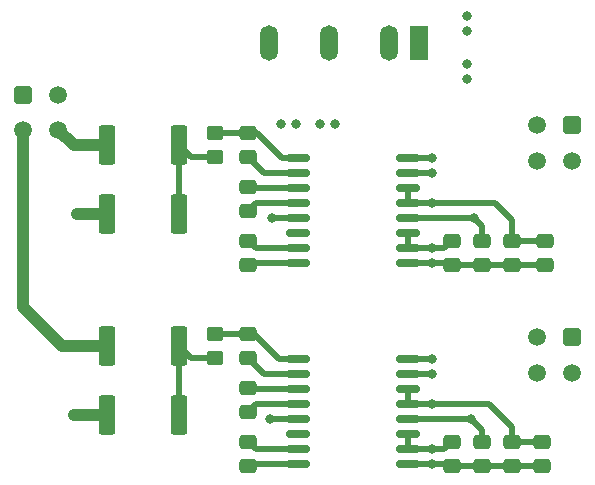
<source format=gbr>
%TF.GenerationSoftware,KiCad,Pcbnew,(6.0.1)*%
%TF.CreationDate,2022-08-15T16:30:33+03:00*%
%TF.ProjectId,Measure,4d656173-7572-4652-9e6b-696361645f70,rev?*%
%TF.SameCoordinates,Original*%
%TF.FileFunction,Copper,L1,Top*%
%TF.FilePolarity,Positive*%
%FSLAX46Y46*%
G04 Gerber Fmt 4.6, Leading zero omitted, Abs format (unit mm)*
G04 Created by KiCad (PCBNEW (6.0.1)) date 2022-08-15 16:30:33*
%MOMM*%
%LPD*%
G01*
G04 APERTURE LIST*
G04 Aperture macros list*
%AMRoundRect*
0 Rectangle with rounded corners*
0 $1 Rounding radius*
0 $2 $3 $4 $5 $6 $7 $8 $9 X,Y pos of 4 corners*
0 Add a 4 corners polygon primitive as box body*
4,1,4,$2,$3,$4,$5,$6,$7,$8,$9,$2,$3,0*
0 Add four circle primitives for the rounded corners*
1,1,$1+$1,$2,$3*
1,1,$1+$1,$4,$5*
1,1,$1+$1,$6,$7*
1,1,$1+$1,$8,$9*
0 Add four rect primitives between the rounded corners*
20,1,$1+$1,$2,$3,$4,$5,0*
20,1,$1+$1,$4,$5,$6,$7,0*
20,1,$1+$1,$6,$7,$8,$9,0*
20,1,$1+$1,$8,$9,$2,$3,0*%
G04 Aperture macros list end*
%TA.AperFunction,SMDPad,CuDef*%
%ADD10RoundRect,0.249999X-0.450001X-1.425001X0.450001X-1.425001X0.450001X1.425001X-0.450001X1.425001X0*%
%TD*%
%TA.AperFunction,SMDPad,CuDef*%
%ADD11RoundRect,0.250000X0.450000X-0.350000X0.450000X0.350000X-0.450000X0.350000X-0.450000X-0.350000X0*%
%TD*%
%TA.AperFunction,SMDPad,CuDef*%
%ADD12RoundRect,0.249999X0.450001X1.425001X-0.450001X1.425001X-0.450001X-1.425001X0.450001X-1.425001X0*%
%TD*%
%TA.AperFunction,ComponentPad*%
%ADD13RoundRect,0.250001X-0.499999X0.499999X-0.499999X-0.499999X0.499999X-0.499999X0.499999X0.499999X0*%
%TD*%
%TA.AperFunction,ComponentPad*%
%ADD14C,1.500000*%
%TD*%
%TA.AperFunction,SMDPad,CuDef*%
%ADD15RoundRect,0.150000X-0.875000X-0.150000X0.875000X-0.150000X0.875000X0.150000X-0.875000X0.150000X0*%
%TD*%
%TA.AperFunction,SMDPad,CuDef*%
%ADD16RoundRect,0.250000X-0.475000X0.337500X-0.475000X-0.337500X0.475000X-0.337500X0.475000X0.337500X0*%
%TD*%
%TA.AperFunction,SMDPad,CuDef*%
%ADD17RoundRect,0.250000X0.475000X-0.337500X0.475000X0.337500X-0.475000X0.337500X-0.475000X-0.337500X0*%
%TD*%
%TA.AperFunction,ComponentPad*%
%ADD18R,1.500000X3.000000*%
%TD*%
%TA.AperFunction,ComponentPad*%
%ADD19O,1.500000X3.000000*%
%TD*%
%TA.AperFunction,ComponentPad*%
%ADD20RoundRect,0.250001X-0.499999X-0.499999X0.499999X-0.499999X0.499999X0.499999X-0.499999X0.499999X0*%
%TD*%
%TA.AperFunction,ViaPad*%
%ADD21C,0.800000*%
%TD*%
%TA.AperFunction,Conductor*%
%ADD22C,0.500000*%
%TD*%
%TA.AperFunction,Conductor*%
%ADD23C,1.000000*%
%TD*%
G04 APERTURE END LIST*
D10*
%TO.P,R1,1*%
%TO.N,/Voltage_IN*%
X141222000Y-92456000D03*
%TO.P,R1,2*%
%TO.N,Net-(R1-Pad2)*%
X147322000Y-92456000D03*
%TD*%
D11*
%TO.P,R8,1*%
%TO.N,Net-(R6-Pad2)*%
X150368000Y-76438000D03*
%TO.P,R8,2*%
%TO.N,Net-(C14-Pad1)*%
X150368000Y-74438000D03*
%TD*%
D12*
%TO.P,R7,1*%
%TO.N,Net-(R6-Pad2)*%
X147322000Y-81280000D03*
%TO.P,R7,2*%
%TO.N,GNDPWR*%
X141222000Y-81280000D03*
%TD*%
D13*
%TO.P,J3,1,Pin_1*%
%TO.N,+5V*%
X180640000Y-73786000D03*
D14*
%TO.P,J3,2,Pin_2*%
%TO.N,GND*%
X180640000Y-76786000D03*
%TO.P,J3,3,Pin_3*%
%TO.N,+5V*%
X177640000Y-73786000D03*
%TO.P,J3,4,Pin_4*%
%TO.N,GND*%
X177640000Y-76786000D03*
%TD*%
D15*
%TO.P,D3,1,Vin+*%
%TO.N,Net-(C4-Pad1)*%
X157402000Y-93599000D03*
%TO.P,D3,2,Vin-*%
%TO.N,GNDPWR*%
X157402000Y-94869000D03*
%TO.P,D3,3,CH*%
%TO.N,Net-(C5-Pad1)*%
X157402000Y-96139000D03*
%TO.P,D3,4,CL*%
%TO.N,Net-(C5-Pad2)*%
X157402000Y-97409000D03*
%TO.P,D3,5,VDD1*%
%TO.N,+5VP*%
X157402000Y-98679000D03*
%TO.P,D3,6,VLED+*%
%TO.N,unconnected-(D3-Pad6)*%
X157402000Y-99949000D03*
%TO.P,D3,7,VDD1*%
%TO.N,+5VP*%
X157402000Y-101219000D03*
%TO.P,D3,8,GND1*%
%TO.N,GNDPWR*%
X157402000Y-102489000D03*
%TO.P,D3,9,GND2*%
%TO.N,GND*%
X166702000Y-102489000D03*
%TO.P,D3,10,VDD2*%
%TO.N,+5V*%
X166702000Y-101219000D03*
%TO.P,D3,11,VREF*%
X166702000Y-99949000D03*
%TO.P,D3,12,VOUT*%
%TO.N,/Voltage_IN_Measure*%
X166702000Y-98679000D03*
%TO.P,D3,13,ABSVAL*%
%TO.N,Net-(C11-Pad1)*%
X166702000Y-97409000D03*
%TO.P,D3,14,FAULT*%
X166702000Y-96139000D03*
%TO.P,D3,15,VDD2*%
%TO.N,+5V*%
X166702000Y-94869000D03*
%TO.P,D3,16,GND2*%
%TO.N,GND*%
X166702000Y-93599000D03*
%TD*%
D16*
%TO.P,C14,1*%
%TO.N,Net-(C14-Pad1)*%
X153162000Y-74400500D03*
%TO.P,C14,2*%
%TO.N,GNDPWR*%
X153162000Y-76475500D03*
%TD*%
D17*
%TO.P,C17,1*%
%TO.N,GND*%
X170434000Y-85619500D03*
%TO.P,C17,2*%
%TO.N,+5V*%
X170434000Y-83544500D03*
%TD*%
D16*
%TO.P,C4,1*%
%TO.N,Net-(C4-Pad1)*%
X153162000Y-91418500D03*
%TO.P,C4,2*%
%TO.N,GNDPWR*%
X153162000Y-93493500D03*
%TD*%
D12*
%TO.P,R2,1*%
%TO.N,Net-(R1-Pad2)*%
X147322000Y-98298000D03*
%TO.P,R2,2*%
%TO.N,GNDPWR*%
X141222000Y-98298000D03*
%TD*%
D18*
%TO.P,U1,1,-VIN*%
%TO.N,GND*%
X167666500Y-66842000D03*
D19*
%TO.P,U1,2,+VIN*%
%TO.N,+5V*%
X165126500Y-66842000D03*
%TO.P,U1,4,+VOUT*%
%TO.N,+5VP*%
X160046500Y-66842000D03*
%TO.P,U1,6,-VOUT*%
%TO.N,GNDPWR*%
X154966500Y-66842000D03*
%TD*%
D13*
%TO.P,J2,1,Pin_1*%
%TO.N,GND*%
X180640000Y-91718000D03*
D14*
%TO.P,J2,2,Pin_2*%
X180640000Y-94718000D03*
%TO.P,J2,3,Pin_3*%
%TO.N,/Voltage_OUT_Measure*%
X177640000Y-91718000D03*
%TO.P,J2,4,Pin_4*%
%TO.N,/Voltage_IN_Measure*%
X177640000Y-94718000D03*
%TD*%
D16*
%TO.P,C15,1*%
%TO.N,Net-(C15-Pad1)*%
X153162000Y-78972500D03*
%TO.P,C15,2*%
%TO.N,Net-(C15-Pad2)*%
X153162000Y-81047500D03*
%TD*%
%TO.P,C22,1*%
%TO.N,Net-(C18-Pad1)*%
X178308000Y-83544500D03*
%TO.P,C22,2*%
%TO.N,GND*%
X178308000Y-85619500D03*
%TD*%
D10*
%TO.P,R6,1*%
%TO.N,/Voltage_OUT*%
X141222000Y-75438000D03*
%TO.P,R6,2*%
%TO.N,Net-(R6-Pad2)*%
X147322000Y-75438000D03*
%TD*%
D17*
%TO.P,C8,1*%
%TO.N,GND*%
X170434000Y-102637500D03*
%TO.P,C8,2*%
%TO.N,+5V*%
X170434000Y-100562500D03*
%TD*%
D15*
%TO.P,D5,1,Vin+*%
%TO.N,Net-(C14-Pad1)*%
X157402000Y-76581000D03*
%TO.P,D5,2,Vin-*%
%TO.N,GNDPWR*%
X157402000Y-77851000D03*
%TO.P,D5,3,CH*%
%TO.N,Net-(C15-Pad1)*%
X157402000Y-79121000D03*
%TO.P,D5,4,CL*%
%TO.N,Net-(C15-Pad2)*%
X157402000Y-80391000D03*
%TO.P,D5,5,VDD1*%
%TO.N,+5VP*%
X157402000Y-81661000D03*
%TO.P,D5,6,VLED+*%
%TO.N,unconnected-(D5-Pad6)*%
X157402000Y-82931000D03*
%TO.P,D5,7,VDD1*%
%TO.N,+5VP*%
X157402000Y-84201000D03*
%TO.P,D5,8,GND1*%
%TO.N,GNDPWR*%
X157402000Y-85471000D03*
%TO.P,D5,9,GND2*%
%TO.N,GND*%
X166702000Y-85471000D03*
%TO.P,D5,10,VDD2*%
%TO.N,+5V*%
X166702000Y-84201000D03*
%TO.P,D5,11,VREF*%
X166702000Y-82931000D03*
%TO.P,D5,12,VOUT*%
%TO.N,/Voltage_OUT_Measure*%
X166702000Y-81661000D03*
%TO.P,D5,13,ABSVAL*%
%TO.N,Net-(C18-Pad1)*%
X166702000Y-80391000D03*
%TO.P,D5,14,FAULT*%
X166702000Y-79121000D03*
%TO.P,D5,15,VDD2*%
%TO.N,+5V*%
X166702000Y-77851000D03*
%TO.P,D5,16,GND2*%
%TO.N,GND*%
X166702000Y-76581000D03*
%TD*%
D16*
%TO.P,C12,1*%
%TO.N,/Voltage_IN_Measure*%
X172974000Y-100562500D03*
%TO.P,C12,2*%
%TO.N,GND*%
X172974000Y-102637500D03*
%TD*%
%TO.P,C9,1*%
%TO.N,Net-(C11-Pad1)*%
X175514000Y-100584000D03*
%TO.P,C9,2*%
%TO.N,GND*%
X175514000Y-102659000D03*
%TD*%
%TO.P,C6,1*%
%TO.N,+5VP*%
X153162000Y-100562500D03*
%TO.P,C6,2*%
%TO.N,GNDPWR*%
X153162000Y-102637500D03*
%TD*%
%TO.P,C5,1*%
%TO.N,Net-(C5-Pad1)*%
X153162000Y-95990500D03*
%TO.P,C5,2*%
%TO.N,Net-(C5-Pad2)*%
X153162000Y-98065500D03*
%TD*%
%TO.P,C11,1*%
%TO.N,Net-(C11-Pad1)*%
X178054000Y-100562500D03*
%TO.P,C11,2*%
%TO.N,GND*%
X178054000Y-102637500D03*
%TD*%
D11*
%TO.P,R3,1*%
%TO.N,Net-(R1-Pad2)*%
X150368000Y-93456000D03*
%TO.P,R3,2*%
%TO.N,Net-(C4-Pad1)*%
X150368000Y-91456000D03*
%TD*%
D16*
%TO.P,C18,1*%
%TO.N,Net-(C18-Pad1)*%
X175514000Y-83544500D03*
%TO.P,C18,2*%
%TO.N,GND*%
X175514000Y-85619500D03*
%TD*%
D20*
%TO.P,J1,1,Pin_1*%
%TO.N,GNDPWR*%
X134136000Y-71165000D03*
D14*
%TO.P,J1,2,Pin_2*%
X137136000Y-71165000D03*
%TO.P,J1,3,Pin_3*%
%TO.N,/Voltage_IN*%
X134136000Y-74165000D03*
%TO.P,J1,4,Pin_4*%
%TO.N,/Voltage_OUT*%
X137136000Y-74165000D03*
%TD*%
D16*
%TO.P,C23,1*%
%TO.N,/Voltage_OUT_Measure*%
X172974000Y-83544500D03*
%TO.P,C23,2*%
%TO.N,GND*%
X172974000Y-85619500D03*
%TD*%
%TO.P,C16,1*%
%TO.N,+5VP*%
X153162000Y-83544500D03*
%TO.P,C16,2*%
%TO.N,GNDPWR*%
X153162000Y-85619500D03*
%TD*%
D21*
%TO.N,+5V*%
X168783000Y-94869000D03*
X171704000Y-64516000D03*
X168783000Y-101219000D03*
X168783000Y-77851000D03*
X168783000Y-84201000D03*
X171704000Y-65786000D03*
%TO.N,GND*%
X168783000Y-85471000D03*
X171704000Y-68580000D03*
X171704000Y-69850000D03*
X168783000Y-76581000D03*
X168783000Y-93599000D03*
X168783000Y-102489000D03*
%TO.N,+5VP*%
X159258000Y-73660000D03*
X153162000Y-83544500D03*
X155194000Y-81661000D03*
X155067000Y-98679000D03*
X160528000Y-73660000D03*
X153172750Y-100573250D03*
%TO.N,GNDPWR*%
X138684000Y-81280000D03*
X153162000Y-85598000D03*
X155956000Y-73660000D03*
X153162000Y-102616000D03*
X153162000Y-93472000D03*
X157226000Y-73660000D03*
X138430000Y-98298000D03*
X153162000Y-76454000D03*
%TO.N,Net-(C11-Pad1)*%
X168783000Y-97409000D03*
%TO.N,/Voltage_IN_Measure*%
X172085000Y-98679000D03*
%TO.N,Net-(C18-Pad1)*%
X168783000Y-80391000D03*
%TO.N,/Voltage_OUT_Measure*%
X172339000Y-81661000D03*
%TD*%
D22*
%TO.N,+5V*%
X166702000Y-77851000D02*
X168783000Y-77851000D01*
X169777500Y-84201000D02*
X170434000Y-83544500D01*
X166702000Y-94869000D02*
X168783000Y-94869000D01*
X168783000Y-101219000D02*
X169777500Y-101219000D01*
X166702000Y-101219000D02*
X168783000Y-101219000D01*
X166702000Y-84201000D02*
X166702000Y-82931000D01*
X166702000Y-101219000D02*
X166702000Y-99949000D01*
X166702000Y-84201000D02*
X168783000Y-84201000D01*
X169777500Y-101219000D02*
X170434000Y-100562500D01*
X168783000Y-84201000D02*
X169777500Y-84201000D01*
%TO.N,GND*%
X172974000Y-102637500D02*
X170434000Y-102637500D01*
X178308000Y-85619500D02*
X175514000Y-85619500D01*
X172974000Y-85619500D02*
X170434000Y-85619500D01*
X168783000Y-102489000D02*
X170285500Y-102489000D01*
X170285500Y-102489000D02*
X170434000Y-102637500D01*
X166702000Y-93599000D02*
X168783000Y-93599000D01*
X178054000Y-102637500D02*
X175535500Y-102637500D01*
X168783000Y-85471000D02*
X170285500Y-85471000D01*
X172995500Y-102659000D02*
X172974000Y-102637500D01*
X170285500Y-85471000D02*
X170434000Y-85619500D01*
X175535500Y-102637500D02*
X175514000Y-102659000D01*
X175514000Y-85619500D02*
X172974000Y-85619500D01*
X166702000Y-85471000D02*
X168783000Y-85471000D01*
X166702000Y-102489000D02*
X168783000Y-102489000D01*
X175514000Y-102659000D02*
X172995500Y-102659000D01*
X166702000Y-76581000D02*
X168783000Y-76581000D01*
%TO.N,+5VP*%
X157402000Y-98679000D02*
X155067000Y-98679000D01*
X153818500Y-101219000D02*
X153172750Y-100573250D01*
X157402000Y-84201000D02*
X153818500Y-84201000D01*
X155067000Y-101219000D02*
X153818500Y-101219000D01*
X153172750Y-100573250D02*
X153162000Y-100562500D01*
X157402000Y-81661000D02*
X155321000Y-81661000D01*
X157402000Y-101219000D02*
X155067000Y-101219000D01*
X153818500Y-84201000D02*
X153162000Y-83544500D01*
D23*
%TO.N,GNDPWR*%
X141222000Y-98298000D02*
X139192000Y-98298000D01*
X139192000Y-98298000D02*
X138430000Y-98298000D01*
D22*
X157402000Y-102489000D02*
X155067000Y-102489000D01*
X155321000Y-77851000D02*
X157402000Y-77851000D01*
X153310500Y-85471000D02*
X153162000Y-85619500D01*
X155067000Y-94869000D02*
X154537500Y-94869000D01*
X154537500Y-94869000D02*
X153162000Y-93493500D01*
D23*
X141222000Y-81280000D02*
X138684000Y-81280000D01*
D22*
X153310500Y-102489000D02*
X153162000Y-102637500D01*
X157402000Y-94869000D02*
X155067000Y-94869000D01*
X154537500Y-77851000D02*
X155321000Y-77851000D01*
X153162000Y-76475500D02*
X154537500Y-77851000D01*
X157402000Y-85471000D02*
X155067000Y-85471000D01*
X155067000Y-85471000D02*
X153310500Y-85471000D01*
X155067000Y-102489000D02*
X153310500Y-102489000D01*
%TO.N,Net-(C4-Pad1)*%
X153648500Y-91418500D02*
X153162000Y-91418500D01*
X153162000Y-91418500D02*
X150405500Y-91418500D01*
X157402000Y-93599000D02*
X155829000Y-93599000D01*
X155829000Y-93599000D02*
X153648500Y-91418500D01*
X150405500Y-91418500D02*
X150368000Y-91456000D01*
%TO.N,Net-(C5-Pad1)*%
X157402000Y-96139000D02*
X153310500Y-96139000D01*
X153310500Y-96139000D02*
X153162000Y-95990500D01*
%TO.N,Net-(C5-Pad2)*%
X153818500Y-97409000D02*
X153162000Y-98065500D01*
X157402000Y-97409000D02*
X153818500Y-97409000D01*
%TO.N,Net-(C11-Pad1)*%
X175535500Y-100562500D02*
X175514000Y-100584000D01*
X175514000Y-99314000D02*
X175514000Y-100584000D01*
X173609000Y-97409000D02*
X175514000Y-99314000D01*
X168783000Y-97409000D02*
X173609000Y-97409000D01*
X166702000Y-96139000D02*
X166702000Y-97409000D01*
X178054000Y-100562500D02*
X175535500Y-100562500D01*
X166702000Y-97409000D02*
X168783000Y-97409000D01*
%TO.N,/Voltage_IN_Measure*%
X172085000Y-98679000D02*
X172974000Y-99568000D01*
X166702000Y-98679000D02*
X172085000Y-98679000D01*
X172974000Y-99568000D02*
X172974000Y-100562500D01*
%TO.N,Net-(C14-Pad1)*%
X150405500Y-74400500D02*
X150368000Y-74438000D01*
X153902500Y-74400500D02*
X153162000Y-74400500D01*
X157402000Y-76581000D02*
X156083000Y-76581000D01*
X156083000Y-76581000D02*
X153902500Y-74400500D01*
X153162000Y-74400500D02*
X150405500Y-74400500D01*
%TO.N,Net-(C15-Pad1)*%
X153310500Y-79121000D02*
X153162000Y-78972500D01*
X157402000Y-79121000D02*
X153310500Y-79121000D01*
%TO.N,Net-(C15-Pad2)*%
X153818500Y-80391000D02*
X153162000Y-81047500D01*
X157402000Y-80391000D02*
X153818500Y-80391000D01*
%TO.N,Net-(C18-Pad1)*%
X178308000Y-83544500D02*
X175514000Y-83544500D01*
X174117000Y-80391000D02*
X175514000Y-81788000D01*
X175514000Y-81788000D02*
X175514000Y-83544500D01*
X168783000Y-80391000D02*
X174117000Y-80391000D01*
X166702000Y-79121000D02*
X166702000Y-80391000D01*
X166702000Y-80391000D02*
X168783000Y-80391000D01*
%TO.N,/Voltage_OUT_Measure*%
X172339000Y-81661000D02*
X166702000Y-81661000D01*
X172974000Y-83544500D02*
X172974000Y-82296000D01*
X172974000Y-82296000D02*
X172339000Y-81661000D01*
D23*
%TO.N,/Voltage_OUT*%
X138409000Y-75438000D02*
X137136000Y-74165000D01*
X141222000Y-75438000D02*
X138409000Y-75438000D01*
%TO.N,/Voltage_IN*%
X134136000Y-89178000D02*
X137414000Y-92456000D01*
X134136000Y-74165000D02*
X134136000Y-89178000D01*
X137414000Y-92456000D02*
X141222000Y-92456000D01*
D22*
%TO.N,Net-(R1-Pad2)*%
X148322000Y-93456000D02*
X147322000Y-92456000D01*
X147322000Y-98298000D02*
X147322000Y-92456000D01*
X150368000Y-93456000D02*
X148322000Y-93456000D01*
%TO.N,Net-(R6-Pad2)*%
X150368000Y-76438000D02*
X148322000Y-76438000D01*
X148322000Y-76438000D02*
X147322000Y-75438000D01*
X147322000Y-81280000D02*
X147322000Y-75438000D01*
%TD*%
M02*

</source>
